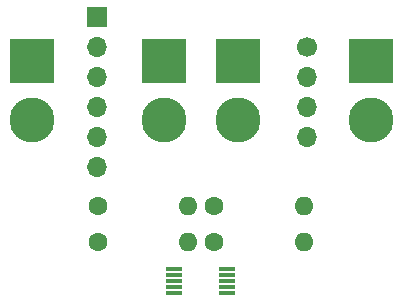
<source format=gbr>
%TF.GenerationSoftware,KiCad,Pcbnew,(7.0.0)*%
%TF.CreationDate,2024-02-03T20:31:02+01:00*%
%TF.ProjectId,Helios_IMU_M,48656c69-6f73-45f4-994d-555f4d2e6b69,rev?*%
%TF.SameCoordinates,PX9058260PY5c4edc0*%
%TF.FileFunction,Soldermask,Top*%
%TF.FilePolarity,Negative*%
%FSLAX46Y46*%
G04 Gerber Fmt 4.6, Leading zero omitted, Abs format (unit mm)*
G04 Created by KiCad (PCBNEW (7.0.0)) date 2024-02-03 20:31:02*
%MOMM*%
%LPD*%
G01*
G04 APERTURE LIST*
%ADD10R,3.800000X3.800000*%
%ADD11C,3.800000*%
%ADD12R,1.700000X1.700000*%
%ADD13O,1.700000X1.700000*%
%ADD14C,1.700000*%
%ADD15R,1.425000X0.300000*%
%ADD16C,1.600000*%
%ADD17O,1.600000X1.600000*%
G04 APERTURE END LIST*
D10*
%TO.C,J4*%
X14378999Y2644999D03*
D11*
X14379000Y-2355000D03*
%TD*%
D10*
%TO.C,J3*%
X-14355999Y2644999D03*
D11*
X-14356000Y-2355000D03*
%TD*%
D12*
%TO.C,IMU1*%
X-8889999Y6349999D03*
D13*
X-8889999Y3809999D03*
X-8889999Y1269999D03*
X-8889999Y-1269999D03*
X-8889999Y-3809999D03*
X-8889999Y-6349999D03*
X8889999Y-3809999D03*
X8889999Y-1269999D03*
X8889999Y1269999D03*
D14*
X8890000Y3810000D03*
%TD*%
D15*
%TO.C,LTC4316*%
X2112999Y-16983999D03*
X2112999Y-16483999D03*
X2112999Y-15983999D03*
X2112999Y-15483999D03*
X2112999Y-14983999D03*
X-2310999Y-14983999D03*
X-2310999Y-15483999D03*
X-2310999Y-15983999D03*
X-2310999Y-16483999D03*
X-2310999Y-16983999D03*
%TD*%
D10*
%TO.C,J1*%
X-3146999Y2644999D03*
D11*
X-3147000Y-2355000D03*
%TD*%
D16*
%TO.C,RHT*%
X-8735000Y-9634000D03*
D17*
X-1114999Y-9633999D03*
%TD*%
D10*
%TO.C,J2*%
X3075999Y2644999D03*
D11*
X3076000Y-2355000D03*
%TD*%
D16*
%TO.C,RHB*%
X1044000Y-9634000D03*
D17*
X8663999Y-9633999D03*
%TD*%
D16*
%TO.C,RLB*%
X1044000Y-12682000D03*
D17*
X8663999Y-12681999D03*
%TD*%
D16*
%TO.C,RLT*%
X-8735000Y-12682000D03*
D17*
X-1114999Y-12681999D03*
%TD*%
M02*

</source>
